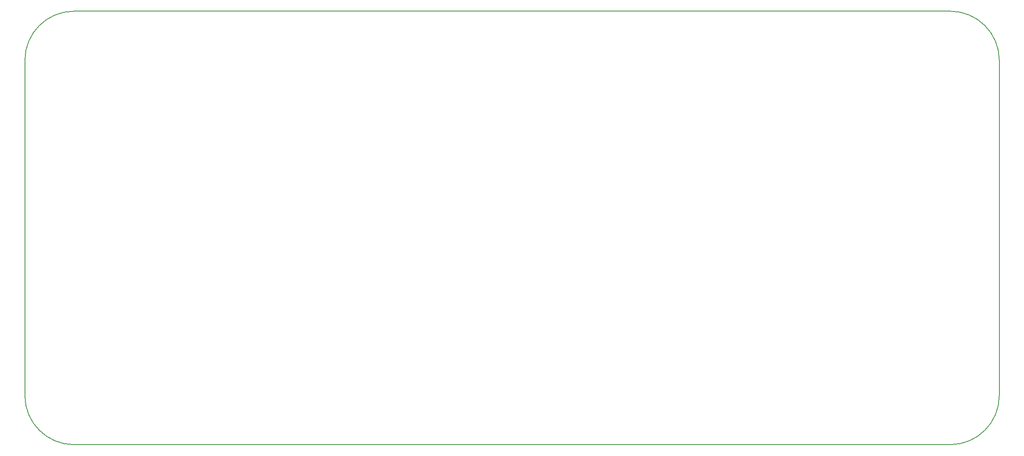
<source format=gbr>
G04 #@! TF.GenerationSoftware,KiCad,Pcbnew,(5.0.2)-1*
G04 #@! TF.CreationDate,2019-02-11T11:22:53+02:00*
G04 #@! TF.ProjectId,IoTProject,496f5450-726f-46a6-9563-742e6b696361,rev?*
G04 #@! TF.SameCoordinates,Original*
G04 #@! TF.FileFunction,Profile,NP*
%FSLAX46Y46*%
G04 Gerber Fmt 4.6, Leading zero omitted, Abs format (unit mm)*
G04 Created by KiCad (PCBNEW (5.0.2)-1) date 11-Feb-19 11:22:53*
%MOMM*%
%LPD*%
G01*
G04 APERTURE LIST*
%ADD10C,0.150000*%
%ADD11C,0.200000*%
G04 APERTURE END LIST*
D10*
X303530000Y-93980000D02*
X122428000Y-93980000D01*
X313690000Y-173482000D02*
X313690000Y-104140000D01*
X122428000Y-183642000D02*
X303530000Y-183642000D01*
X112268000Y-104140000D02*
X112268000Y-173482000D01*
D11*
X112268000Y-104140000D02*
G75*
G02X122428000Y-93980000I10160000J0D01*
G01*
X303530000Y-93980000D02*
G75*
G02X313690000Y-104140000I0J-10160000D01*
G01*
X313690000Y-173482000D02*
G75*
G02X303530000Y-183642000I-10160000J0D01*
G01*
X122428000Y-183642000D02*
G75*
G02X112268000Y-173482000I0J10160000D01*
G01*
M02*

</source>
